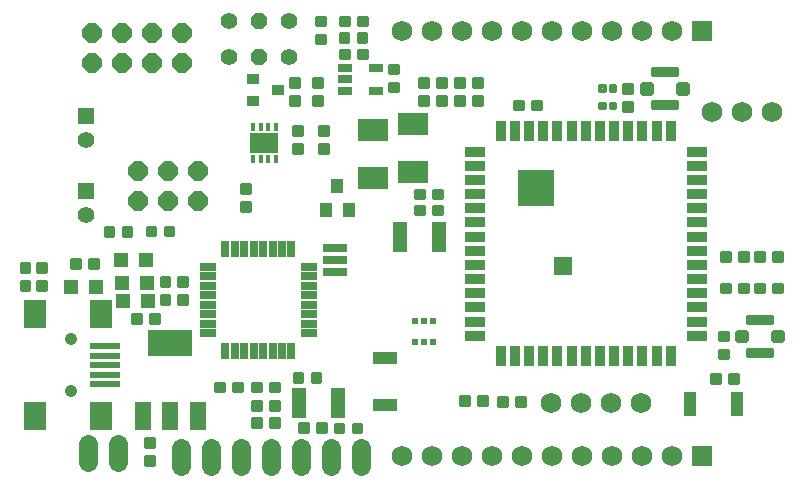
<source format=gbr>
G04 EAGLE Gerber X2 export*
%TF.Part,Single*%
%TF.FileFunction,Soldermask,Top,1*%
%TF.FilePolarity,Negative*%
%TF.GenerationSoftware,Autodesk,EAGLE,8.6.3*%
%TF.CreationDate,2023-08-17T09:39:48Z*%
G75*
%MOMM*%
%FSLAX34Y34*%
%LPD*%
%AMOC8*
5,1,8,0,0,1.08239X$1,22.5*%
G01*
%ADD10C,0.431800*%
%ADD11C,0.558800*%
%ADD12C,0.368300*%
%ADD13C,0.247650*%
%ADD14R,1.752600X1.752600*%
%ADD15C,1.752600*%
%ADD16C,0.215900*%
%ADD17R,1.301600X0.651600*%
%ADD18R,1.409600X1.409600*%
%ADD19C,1.409600*%
%ADD20R,1.117600X1.244600*%
%ADD21R,1.701600X0.901600*%
%ADD22R,0.901600X1.701600*%
%ADD23R,1.601600X1.601600*%
%ADD24R,3.101600X3.101600*%
%ADD25R,0.401600X0.751600*%
%ADD26R,2.451600X1.701600*%
%ADD27P,1.539592X8X292.500000*%
%ADD28C,1.422400*%
%ADD29R,1.301600X2.601600*%
%ADD30R,1.001600X0.901600*%
%ADD31R,0.601600X0.601600*%
%ADD32R,0.501600X0.601600*%
%ADD33R,2.501600X1.901600*%
%ADD34R,2.101600X0.801600*%
%ADD35R,2.641600X0.609600*%
%ADD36R,1.879600X2.387600*%
%ADD37C,1.051600*%
%ADD38R,1.371600X0.660400*%
%ADD39R,0.660400X1.371600*%
%ADD40R,2.082800X1.117600*%
%ADD41R,1.301600X1.301600*%
%ADD42R,1.320800X2.336800*%
%ADD43R,3.701600X2.301600*%
%ADD44C,1.625600*%
%ADD45P,1.759533X8X202.500000*%
%ADD46P,1.759533X8X22.500000*%
%ADD47R,1.117600X2.082800*%


D10*
X454787Y343281D02*
X435229Y343281D01*
X435229Y347599D01*
X454787Y347599D01*
X454787Y343281D01*
X454787Y347598D02*
X435229Y347598D01*
X435229Y315341D02*
X454787Y315341D01*
X435229Y315341D02*
X435229Y319659D01*
X454787Y319659D01*
X454787Y315341D01*
X454787Y319658D02*
X435229Y319658D01*
D11*
X457454Y334264D02*
X463042Y334264D01*
X463042Y328676D01*
X457454Y328676D01*
X457454Y334264D01*
X457454Y334263D02*
X463042Y334263D01*
X432562Y334264D02*
X426974Y334264D01*
X432562Y334264D02*
X432562Y328676D01*
X426974Y328676D01*
X426974Y334264D01*
X426974Y334263D02*
X432562Y334263D01*
D12*
X394399Y329628D02*
X390715Y329628D01*
X390715Y333312D01*
X394399Y333312D01*
X394399Y329628D01*
X394399Y333310D02*
X390715Y333310D01*
X399605Y329628D02*
X403289Y329628D01*
X399605Y329628D02*
X399605Y333312D01*
X403289Y333312D01*
X403289Y329628D01*
X403289Y333310D02*
X399605Y333310D01*
X394399Y314642D02*
X390715Y314642D01*
X390715Y318326D01*
X394399Y318326D01*
X394399Y314642D01*
X394399Y318324D02*
X390715Y318324D01*
X399605Y314642D02*
X403289Y314642D01*
X399605Y314642D02*
X399605Y318326D01*
X403289Y318326D01*
X403289Y314642D01*
X403289Y318324D02*
X399605Y318324D01*
D13*
X522065Y185515D02*
X529495Y185515D01*
X522065Y185515D02*
X522065Y192945D01*
X529495Y192945D01*
X529495Y185515D01*
X529495Y187991D02*
X522065Y187991D01*
X522065Y190467D02*
X529495Y190467D01*
X529495Y192943D02*
X522065Y192943D01*
X537305Y185515D02*
X544735Y185515D01*
X537305Y185515D02*
X537305Y192945D01*
X544735Y192945D01*
X544735Y185515D01*
X544735Y187991D02*
X537305Y187991D01*
X537305Y190467D02*
X544735Y190467D01*
X544735Y192943D02*
X537305Y192943D01*
X529495Y158845D02*
X522065Y158845D01*
X522065Y166275D01*
X529495Y166275D01*
X529495Y158845D01*
X529495Y161321D02*
X522065Y161321D01*
X522065Y163797D02*
X529495Y163797D01*
X529495Y166273D02*
X522065Y166273D01*
X537305Y158845D02*
X544735Y158845D01*
X537305Y158845D02*
X537305Y166275D01*
X544735Y166275D01*
X544735Y158845D01*
X544735Y161321D02*
X537305Y161321D01*
X537305Y163797D02*
X544735Y163797D01*
X544735Y166273D02*
X537305Y166273D01*
D14*
X477000Y380000D03*
D15*
X451600Y380000D03*
X426200Y380000D03*
X400800Y380000D03*
X375400Y380000D03*
X350000Y380000D03*
X324600Y380000D03*
X299200Y380000D03*
X273800Y380000D03*
X248400Y380000D03*
X223000Y380000D03*
D16*
X192469Y378524D02*
X185991Y378524D01*
X192469Y378524D02*
X192469Y370776D01*
X185991Y370776D01*
X185991Y378524D01*
X185991Y372934D02*
X192469Y372934D01*
X192469Y375092D02*
X185991Y375092D01*
X185991Y377250D02*
X192469Y377250D01*
X177229Y378524D02*
X170751Y378524D01*
X177229Y378524D02*
X177229Y370776D01*
X170751Y370776D01*
X170751Y378524D01*
X170751Y372934D02*
X177229Y372934D01*
X177229Y375092D02*
X170751Y375092D01*
X170751Y377250D02*
X177229Y377250D01*
D13*
X177705Y356965D02*
X170275Y356965D01*
X170275Y364395D01*
X177705Y364395D01*
X177705Y356965D01*
X177705Y359441D02*
X170275Y359441D01*
X170275Y361917D02*
X177705Y361917D01*
X177705Y364393D02*
X170275Y364393D01*
X185515Y356965D02*
X192945Y356965D01*
X185515Y356965D02*
X185515Y364395D01*
X192945Y364395D01*
X192945Y356965D01*
X192945Y359441D02*
X185515Y359441D01*
X185515Y361917D02*
X192945Y361917D01*
X192945Y364393D02*
X185515Y364393D01*
X237585Y340265D02*
X237585Y332835D01*
X237585Y340265D02*
X245015Y340265D01*
X245015Y332835D01*
X237585Y332835D01*
X237585Y335311D02*
X245015Y335311D01*
X245015Y337787D02*
X237585Y337787D01*
X237585Y340263D02*
X245015Y340263D01*
X237585Y325025D02*
X237585Y317595D01*
X237585Y325025D02*
X245015Y325025D01*
X245015Y317595D01*
X237585Y317595D01*
X237585Y320071D02*
X245015Y320071D01*
X245015Y322547D02*
X237585Y322547D01*
X237585Y325023D02*
X245015Y325023D01*
D17*
X174960Y348590D03*
X174960Y339090D03*
X174960Y329590D03*
X200960Y329590D03*
X200960Y348590D03*
D13*
X212185Y351695D02*
X212185Y344265D01*
X212185Y351695D02*
X219615Y351695D01*
X219615Y344265D01*
X212185Y344265D01*
X212185Y346741D02*
X219615Y346741D01*
X219615Y349217D02*
X212185Y349217D01*
X212185Y351693D02*
X219615Y351693D01*
X212185Y336455D02*
X212185Y329025D01*
X212185Y336455D02*
X219615Y336455D01*
X219615Y329025D01*
X212185Y329025D01*
X212185Y331501D02*
X219615Y331501D01*
X219615Y333977D02*
X212185Y333977D01*
X212185Y336453D02*
X219615Y336453D01*
D18*
X-44196Y308196D03*
D19*
X-44196Y288196D03*
D18*
X-44196Y244696D03*
D19*
X-44196Y224696D03*
D13*
X492855Y158845D02*
X500285Y158845D01*
X492855Y158845D02*
X492855Y166275D01*
X500285Y166275D01*
X500285Y158845D01*
X500285Y161321D02*
X492855Y161321D01*
X492855Y163797D02*
X500285Y163797D01*
X500285Y166273D02*
X492855Y166273D01*
X508095Y158845D02*
X515525Y158845D01*
X508095Y158845D02*
X508095Y166275D01*
X515525Y166275D01*
X515525Y158845D01*
X515525Y161321D02*
X508095Y161321D01*
X508095Y163797D02*
X515525Y163797D01*
X515525Y166273D02*
X508095Y166273D01*
X500285Y185515D02*
X492855Y185515D01*
X492855Y192945D01*
X500285Y192945D01*
X500285Y185515D01*
X500285Y187991D02*
X492855Y187991D01*
X492855Y190467D02*
X500285Y190467D01*
X500285Y192943D02*
X492855Y192943D01*
X508095Y185515D02*
X515525Y185515D01*
X508095Y185515D02*
X508095Y192945D01*
X515525Y192945D01*
X515525Y185515D01*
X515525Y187991D02*
X508095Y187991D01*
X508095Y190467D02*
X515525Y190467D01*
X515525Y192943D02*
X508095Y192943D01*
D14*
X477000Y20000D03*
D15*
X451600Y20000D03*
X426200Y20000D03*
X400800Y20000D03*
X375400Y20000D03*
X350000Y20000D03*
X324600Y20000D03*
X299200Y20000D03*
X273800Y20000D03*
X248400Y20000D03*
X223000Y20000D03*
D13*
X417735Y312515D02*
X417735Y319945D01*
X417735Y312515D02*
X410305Y312515D01*
X410305Y319945D01*
X417735Y319945D01*
X417735Y314991D02*
X410305Y314991D01*
X410305Y317467D02*
X417735Y317467D01*
X417735Y319943D02*
X410305Y319943D01*
X417735Y327755D02*
X417735Y335185D01*
X417735Y327755D02*
X410305Y327755D01*
X410305Y335185D01*
X417735Y335185D01*
X417735Y330231D02*
X410305Y330231D01*
X410305Y332707D02*
X417735Y332707D01*
X417735Y335183D02*
X410305Y335183D01*
X149955Y384905D02*
X149955Y392335D01*
X157385Y392335D01*
X157385Y384905D01*
X149955Y384905D01*
X149955Y387381D02*
X157385Y387381D01*
X157385Y389857D02*
X149955Y389857D01*
X149955Y392333D02*
X157385Y392333D01*
X149955Y377095D02*
X149955Y369665D01*
X149955Y377095D02*
X157385Y377095D01*
X157385Y369665D01*
X149955Y369665D01*
X149955Y372141D02*
X157385Y372141D01*
X157385Y374617D02*
X149955Y374617D01*
X149955Y377093D02*
X157385Y377093D01*
X185515Y392335D02*
X192945Y392335D01*
X192945Y384905D01*
X185515Y384905D01*
X185515Y392335D01*
X185515Y387381D02*
X192945Y387381D01*
X192945Y389857D02*
X185515Y389857D01*
X185515Y392333D02*
X192945Y392333D01*
X177705Y392335D02*
X170275Y392335D01*
X177705Y392335D02*
X177705Y384905D01*
X170275Y384905D01*
X170275Y392335D01*
X170275Y387381D02*
X177705Y387381D01*
X177705Y389857D02*
X170275Y389857D01*
X170275Y392333D02*
X177705Y392333D01*
D15*
X349250Y64770D03*
X374650Y64770D03*
X400050Y64770D03*
X425450Y64770D03*
D10*
X516001Y133731D02*
X535559Y133731D01*
X516001Y133731D02*
X516001Y138049D01*
X535559Y138049D01*
X535559Y133731D01*
X535559Y138048D02*
X516001Y138048D01*
X516001Y105791D02*
X535559Y105791D01*
X516001Y105791D02*
X516001Y110109D01*
X535559Y110109D01*
X535559Y105791D01*
X535559Y110108D02*
X516001Y110108D01*
D11*
X538226Y124714D02*
X543814Y124714D01*
X543814Y119126D01*
X538226Y119126D01*
X538226Y124714D01*
X538226Y124713D02*
X543814Y124713D01*
X513334Y124714D02*
X507746Y124714D01*
X513334Y124714D02*
X513334Y119126D01*
X507746Y119126D01*
X507746Y124714D01*
X507746Y124713D02*
X513334Y124713D01*
D20*
X168148Y248666D03*
X177648Y228346D03*
X158648Y228346D03*
D13*
X317595Y313785D02*
X325025Y313785D01*
X317595Y313785D02*
X317595Y321215D01*
X325025Y321215D01*
X325025Y313785D01*
X325025Y316261D02*
X317595Y316261D01*
X317595Y318737D02*
X325025Y318737D01*
X325025Y321213D02*
X317595Y321213D01*
X332835Y313785D02*
X340265Y313785D01*
X332835Y313785D02*
X332835Y321215D01*
X340265Y321215D01*
X340265Y313785D01*
X340265Y316261D02*
X332835Y316261D01*
X332835Y318737D02*
X340265Y318737D01*
X340265Y321213D02*
X332835Y321213D01*
X491585Y125635D02*
X491585Y118205D01*
X491585Y125635D02*
X499015Y125635D01*
X499015Y118205D01*
X491585Y118205D01*
X491585Y120681D02*
X499015Y120681D01*
X499015Y123157D02*
X491585Y123157D01*
X491585Y125633D02*
X499015Y125633D01*
X491585Y110395D02*
X491585Y102965D01*
X491585Y110395D02*
X499015Y110395D01*
X499015Y102965D01*
X491585Y102965D01*
X491585Y105441D02*
X499015Y105441D01*
X499015Y107917D02*
X491585Y107917D01*
X491585Y110393D02*
X499015Y110393D01*
X290735Y317595D02*
X290735Y325025D01*
X290735Y317595D02*
X283305Y317595D01*
X283305Y325025D01*
X290735Y325025D01*
X290735Y320071D02*
X283305Y320071D01*
X283305Y322547D02*
X290735Y322547D01*
X290735Y325023D02*
X283305Y325023D01*
X290735Y332835D02*
X290735Y340265D01*
X290735Y332835D02*
X283305Y332835D01*
X283305Y340265D01*
X290735Y340265D01*
X290735Y335311D02*
X283305Y335311D01*
X283305Y337787D02*
X290735Y337787D01*
X290735Y340263D02*
X283305Y340263D01*
X268065Y340265D02*
X268065Y332835D01*
X268065Y340265D02*
X275495Y340265D01*
X275495Y332835D01*
X268065Y332835D01*
X268065Y335311D02*
X275495Y335311D01*
X275495Y337787D02*
X268065Y337787D01*
X268065Y340263D02*
X275495Y340263D01*
X268065Y325025D02*
X268065Y317595D01*
X268065Y325025D02*
X275495Y325025D01*
X275495Y317595D01*
X268065Y317595D01*
X268065Y320071D02*
X275495Y320071D01*
X275495Y322547D02*
X268065Y322547D01*
X268065Y325023D02*
X275495Y325023D01*
D21*
X284460Y278000D03*
X284460Y266000D03*
X284460Y254000D03*
X284460Y242000D03*
X284460Y230000D03*
X284460Y218000D03*
X284460Y206000D03*
X284460Y194000D03*
X284460Y182000D03*
X284460Y170000D03*
X284460Y158000D03*
X284460Y146000D03*
X284460Y134000D03*
X284460Y122000D03*
D22*
X306460Y105000D03*
X318460Y105000D03*
X330460Y105000D03*
X342460Y105000D03*
X354460Y105000D03*
X366460Y105000D03*
X378460Y105000D03*
X390460Y105000D03*
X402460Y105000D03*
X414460Y105000D03*
X426460Y105000D03*
X438460Y105000D03*
X450460Y105000D03*
D21*
X472460Y122000D03*
X472460Y134000D03*
X472460Y146000D03*
X472460Y158000D03*
X472460Y170000D03*
X472460Y182000D03*
X472460Y194000D03*
X472460Y206000D03*
X472460Y218000D03*
X472460Y230000D03*
X472460Y242000D03*
X472460Y254000D03*
X472460Y266000D03*
X472460Y278000D03*
D22*
X450460Y295000D03*
X438460Y295000D03*
X426460Y295000D03*
X414460Y295000D03*
X402460Y295000D03*
X390460Y295000D03*
X378460Y295000D03*
X366460Y295000D03*
X354460Y295000D03*
X342460Y295000D03*
X330460Y295000D03*
X318460Y295000D03*
X306460Y295000D03*
D23*
X359460Y181000D03*
D24*
X336460Y247000D03*
D15*
X485140Y311150D03*
X510540Y311150D03*
X535940Y311150D03*
D25*
X96676Y271492D03*
X103176Y271492D03*
X109676Y271492D03*
X116176Y271492D03*
X116176Y298992D03*
X109676Y298992D03*
X103176Y298992D03*
X96676Y298992D03*
D26*
X106426Y285242D03*
D13*
X138335Y284385D02*
X138335Y276955D01*
X130905Y276955D01*
X130905Y284385D01*
X138335Y284385D01*
X138335Y279431D02*
X130905Y279431D01*
X130905Y281907D02*
X138335Y281907D01*
X138335Y284383D02*
X130905Y284383D01*
X138335Y292195D02*
X138335Y299625D01*
X138335Y292195D02*
X130905Y292195D01*
X130905Y299625D01*
X138335Y299625D01*
X138335Y294671D02*
X130905Y294671D01*
X130905Y297147D02*
X138335Y297147D01*
X138335Y299623D02*
X130905Y299623D01*
X94393Y235363D02*
X94393Y227933D01*
X86963Y227933D01*
X86963Y235363D01*
X94393Y235363D01*
X94393Y230409D02*
X86963Y230409D01*
X86963Y232885D02*
X94393Y232885D01*
X94393Y235361D02*
X86963Y235361D01*
X94393Y243173D02*
X94393Y250603D01*
X94393Y243173D02*
X86963Y243173D01*
X86963Y250603D01*
X94393Y250603D01*
X94393Y245649D02*
X86963Y245649D01*
X86963Y248125D02*
X94393Y248125D01*
X94393Y250601D02*
X86963Y250601D01*
D27*
X101600Y388620D03*
X101600Y358140D03*
D28*
X127000Y388620D03*
X76200Y388620D03*
X76200Y358140D03*
X127000Y358140D03*
D13*
X260255Y325025D02*
X260255Y317595D01*
X252825Y317595D01*
X252825Y325025D01*
X260255Y325025D01*
X260255Y320071D02*
X252825Y320071D01*
X252825Y322547D02*
X260255Y322547D01*
X260255Y325023D02*
X252825Y325023D01*
X260255Y332835D02*
X260255Y340265D01*
X260255Y332835D02*
X252825Y332835D01*
X252825Y340265D01*
X260255Y340265D01*
X260255Y335311D02*
X252825Y335311D01*
X252825Y337787D02*
X260255Y337787D01*
X260255Y340263D02*
X252825Y340263D01*
X-86011Y183801D02*
X-86011Y176371D01*
X-86011Y183801D02*
X-78581Y183801D01*
X-78581Y176371D01*
X-86011Y176371D01*
X-86011Y178847D02*
X-78581Y178847D01*
X-78581Y181323D02*
X-86011Y181323D01*
X-86011Y183799D02*
X-78581Y183799D01*
X-86011Y168561D02*
X-86011Y161131D01*
X-86011Y168561D02*
X-78581Y168561D01*
X-78581Y161131D01*
X-86011Y161131D01*
X-86011Y163607D02*
X-78581Y163607D01*
X-78581Y166083D02*
X-86011Y166083D01*
X-86011Y168559D02*
X-78581Y168559D01*
X233775Y238347D02*
X241205Y238347D01*
X233775Y238347D02*
X233775Y245777D01*
X241205Y245777D01*
X241205Y238347D01*
X241205Y240823D02*
X233775Y240823D01*
X233775Y243299D02*
X241205Y243299D01*
X241205Y245775D02*
X233775Y245775D01*
X249015Y238347D02*
X256445Y238347D01*
X249015Y238347D02*
X249015Y245777D01*
X256445Y245777D01*
X256445Y238347D01*
X256445Y240823D02*
X249015Y240823D01*
X249015Y243299D02*
X256445Y243299D01*
X256445Y245775D02*
X249015Y245775D01*
X241205Y224885D02*
X233775Y224885D01*
X233775Y232315D01*
X241205Y232315D01*
X241205Y224885D01*
X241205Y227361D02*
X233775Y227361D01*
X233775Y229837D02*
X241205Y229837D01*
X241205Y232313D02*
X233775Y232313D01*
X249015Y224885D02*
X256445Y224885D01*
X249015Y224885D02*
X249015Y232315D01*
X256445Y232315D01*
X256445Y224885D01*
X256445Y227361D02*
X249015Y227361D01*
X249015Y229837D02*
X256445Y229837D01*
X256445Y232313D02*
X249015Y232313D01*
D29*
X220990Y205740D03*
X253990Y205740D03*
D13*
X-92551Y168561D02*
X-92551Y161131D01*
X-99981Y161131D01*
X-99981Y168561D01*
X-92551Y168561D01*
X-92551Y163607D02*
X-99981Y163607D01*
X-99981Y166083D02*
X-92551Y166083D01*
X-92551Y168559D02*
X-99981Y168559D01*
X-92551Y176371D02*
X-92551Y183801D01*
X-92551Y176371D02*
X-99981Y176371D01*
X-99981Y183801D01*
X-92551Y183801D01*
X-92551Y178847D02*
X-99981Y178847D01*
X-99981Y181323D02*
X-92551Y181323D01*
X-92551Y183799D02*
X-99981Y183799D01*
D30*
X96680Y339700D03*
X96680Y320700D03*
X117680Y330200D03*
D13*
X152495Y299625D02*
X152495Y292195D01*
X152495Y299625D02*
X159925Y299625D01*
X159925Y292195D01*
X152495Y292195D01*
X152495Y294671D02*
X159925Y294671D01*
X159925Y297147D02*
X152495Y297147D01*
X152495Y299623D02*
X159925Y299623D01*
X152495Y284385D02*
X152495Y276955D01*
X152495Y284385D02*
X159925Y284385D01*
X159925Y276955D01*
X152495Y276955D01*
X152495Y279431D02*
X159925Y279431D01*
X159925Y281907D02*
X152495Y281907D01*
X152495Y284383D02*
X159925Y284383D01*
X147415Y332835D02*
X147415Y340265D01*
X154845Y340265D01*
X154845Y332835D01*
X147415Y332835D01*
X147415Y335311D02*
X154845Y335311D01*
X154845Y337787D02*
X147415Y337787D01*
X147415Y340263D02*
X154845Y340263D01*
X147415Y325025D02*
X147415Y317595D01*
X147415Y325025D02*
X154845Y325025D01*
X154845Y317595D01*
X147415Y317595D01*
X147415Y320071D02*
X154845Y320071D01*
X154845Y322547D02*
X147415Y322547D01*
X147415Y325023D02*
X154845Y325023D01*
X128365Y332835D02*
X128365Y340265D01*
X135795Y340265D01*
X135795Y332835D01*
X128365Y332835D01*
X128365Y335311D02*
X135795Y335311D01*
X135795Y337787D02*
X128365Y337787D01*
X128365Y340263D02*
X135795Y340263D01*
X128365Y325025D02*
X128365Y317595D01*
X128365Y325025D02*
X135795Y325025D01*
X135795Y317595D01*
X128365Y317595D01*
X128365Y320071D02*
X135795Y320071D01*
X135795Y322547D02*
X128365Y322547D01*
X128365Y325023D02*
X135795Y325023D01*
D31*
X248800Y134730D03*
D32*
X241300Y134730D03*
D31*
X233800Y134730D03*
X233800Y116730D03*
D32*
X241300Y116730D03*
D31*
X248800Y116730D03*
D33*
X198120Y255594D03*
X198120Y296094D03*
X232410Y301174D03*
X232410Y260674D03*
D34*
X166370Y196436D03*
X166370Y186436D03*
X166370Y176436D03*
D35*
X-28702Y81026D03*
X-28702Y89026D03*
X-28702Y97026D03*
X-28702Y105026D03*
X-28702Y113026D03*
D36*
X-88182Y53851D03*
X-32302Y53851D03*
X-32302Y140211D03*
X-88182Y140211D03*
D37*
X-57702Y75026D03*
X-57702Y119026D03*
D38*
X144272Y124400D03*
X144272Y132400D03*
X144272Y140400D03*
X144272Y148400D03*
X144272Y156400D03*
X144272Y164400D03*
X144272Y172400D03*
X144272Y180400D03*
D39*
X129346Y195326D03*
X121346Y195326D03*
X113346Y195326D03*
X105346Y195326D03*
X97346Y195326D03*
X89346Y195326D03*
X81346Y195326D03*
X73346Y195326D03*
D38*
X58420Y180400D03*
X58420Y172400D03*
X58420Y164400D03*
X58420Y156400D03*
X58420Y148400D03*
X58420Y140400D03*
X58420Y132400D03*
X58420Y124400D03*
D39*
X73346Y109474D03*
X81346Y109474D03*
X89346Y109474D03*
X97346Y109474D03*
X105346Y109474D03*
X113346Y109474D03*
X121346Y109474D03*
X129346Y109474D03*
D40*
X208280Y103124D03*
X208280Y63119D03*
D41*
X-13294Y151130D03*
X7706Y151130D03*
X6436Y185928D03*
X-14564Y185928D03*
X-13802Y166370D03*
X7198Y166370D03*
D13*
X33115Y164433D02*
X33115Y171863D01*
X40545Y171863D01*
X40545Y164433D01*
X33115Y164433D01*
X33115Y166909D02*
X40545Y166909D01*
X40545Y169385D02*
X33115Y169385D01*
X33115Y171861D02*
X40545Y171861D01*
X33115Y156623D02*
X33115Y149193D01*
X33115Y156623D02*
X40545Y156623D01*
X40545Y149193D01*
X33115Y149193D01*
X33115Y151669D02*
X40545Y151669D01*
X40545Y154145D02*
X33115Y154145D01*
X33115Y156621D02*
X40545Y156621D01*
X18637Y164433D02*
X18637Y171863D01*
X26067Y171863D01*
X26067Y164433D01*
X18637Y164433D01*
X18637Y166909D02*
X26067Y166909D01*
X26067Y169385D02*
X18637Y169385D01*
X18637Y171861D02*
X26067Y171861D01*
X18637Y156623D02*
X18637Y149193D01*
X18637Y156623D02*
X26067Y156623D01*
X26067Y149193D01*
X18637Y149193D01*
X18637Y151669D02*
X26067Y151669D01*
X26067Y154145D02*
X18637Y154145D01*
X18637Y156621D02*
X26067Y156621D01*
X181197Y47657D02*
X188627Y47657D01*
X188627Y40227D01*
X181197Y40227D01*
X181197Y47657D01*
X181197Y42703D02*
X188627Y42703D01*
X188627Y45179D02*
X181197Y45179D01*
X181197Y47655D02*
X188627Y47655D01*
X173387Y47657D02*
X165957Y47657D01*
X173387Y47657D02*
X173387Y40227D01*
X165957Y40227D01*
X165957Y47657D01*
X165957Y42703D02*
X173387Y42703D01*
X173387Y45179D02*
X165957Y45179D01*
X165957Y47655D02*
X173387Y47655D01*
X-21431Y206597D02*
X-28861Y206597D01*
X-28861Y214027D01*
X-21431Y214027D01*
X-21431Y206597D01*
X-21431Y209073D02*
X-28861Y209073D01*
X-28861Y211549D02*
X-21431Y211549D01*
X-21431Y214025D02*
X-28861Y214025D01*
X-13621Y206597D02*
X-6191Y206597D01*
X-13621Y206597D02*
X-13621Y214027D01*
X-6191Y214027D01*
X-6191Y206597D01*
X-6191Y209073D02*
X-13621Y209073D01*
X-13621Y211549D02*
X-6191Y211549D01*
X-6191Y214025D02*
X-13621Y214025D01*
X6699Y207105D02*
X14129Y207105D01*
X6699Y207105D02*
X6699Y214535D01*
X14129Y214535D01*
X14129Y207105D01*
X14129Y209581D02*
X6699Y209581D01*
X6699Y212057D02*
X14129Y212057D01*
X14129Y214533D02*
X6699Y214533D01*
X21939Y207105D02*
X29369Y207105D01*
X21939Y207105D02*
X21939Y214535D01*
X29369Y214535D01*
X29369Y207105D01*
X29369Y209581D02*
X21939Y209581D01*
X21939Y212057D02*
X29369Y212057D01*
X29369Y214533D02*
X21939Y214533D01*
X95853Y75025D02*
X103283Y75025D01*
X95853Y75025D02*
X95853Y82455D01*
X103283Y82455D01*
X103283Y75025D01*
X103283Y77501D02*
X95853Y77501D01*
X95853Y79977D02*
X103283Y79977D01*
X103283Y82453D02*
X95853Y82453D01*
X111093Y75025D02*
X118523Y75025D01*
X111093Y75025D02*
X111093Y82455D01*
X118523Y82455D01*
X118523Y75025D01*
X118523Y77501D02*
X111093Y77501D01*
X111093Y79977D02*
X118523Y79977D01*
X118523Y82453D02*
X111093Y82453D01*
X146399Y90329D02*
X153829Y90329D01*
X153829Y82899D01*
X146399Y82899D01*
X146399Y90329D01*
X146399Y85375D02*
X153829Y85375D01*
X153829Y87851D02*
X146399Y87851D01*
X146399Y90327D02*
X153829Y90327D01*
X138589Y90329D02*
X131159Y90329D01*
X138589Y90329D02*
X138589Y82899D01*
X131159Y82899D01*
X131159Y90329D01*
X131159Y85375D02*
X138589Y85375D01*
X138589Y87851D02*
X131159Y87851D01*
X131159Y90327D02*
X138589Y90327D01*
D42*
X3810Y54356D03*
X26924Y54356D03*
X50038Y54356D03*
D43*
X26924Y116334D03*
D13*
X96107Y59531D02*
X103537Y59531D01*
X96107Y59531D02*
X96107Y66961D01*
X103537Y66961D01*
X103537Y59531D01*
X103537Y62007D02*
X96107Y62007D01*
X96107Y64483D02*
X103537Y64483D01*
X103537Y66959D02*
X96107Y66959D01*
X111347Y59531D02*
X118777Y59531D01*
X111347Y59531D02*
X111347Y66961D01*
X118777Y66961D01*
X118777Y59531D01*
X118777Y62007D02*
X111347Y62007D01*
X111347Y64483D02*
X118777Y64483D01*
X118777Y66959D02*
X111347Y66959D01*
X103283Y44799D02*
X95853Y44799D01*
X95853Y52229D01*
X103283Y52229D01*
X103283Y44799D01*
X103283Y47275D02*
X95853Y47275D01*
X95853Y49751D02*
X103283Y49751D01*
X103283Y52227D02*
X95853Y52227D01*
X111093Y44799D02*
X118523Y44799D01*
X111093Y44799D02*
X111093Y52229D01*
X118523Y52229D01*
X118523Y44799D01*
X118523Y47275D02*
X111093Y47275D01*
X111093Y49751D02*
X118523Y49751D01*
X118523Y52227D02*
X111093Y52227D01*
D29*
X168392Y65024D03*
X135392Y65024D03*
D13*
X17177Y140621D02*
X9747Y140621D01*
X17177Y140621D02*
X17177Y133191D01*
X9747Y133191D01*
X9747Y140621D01*
X9747Y135667D02*
X17177Y135667D01*
X17177Y138143D02*
X9747Y138143D01*
X9747Y140619D02*
X17177Y140619D01*
X1937Y140621D02*
X-5493Y140621D01*
X1937Y140621D02*
X1937Y133191D01*
X-5493Y133191D01*
X-5493Y140621D01*
X-5493Y135667D02*
X1937Y135667D01*
X1937Y138143D02*
X-5493Y138143D01*
X-5493Y140619D02*
X1937Y140619D01*
X135731Y40481D02*
X143161Y40481D01*
X135731Y40481D02*
X135731Y47911D01*
X143161Y47911D01*
X143161Y40481D01*
X143161Y42957D02*
X135731Y42957D01*
X135731Y45433D02*
X143161Y45433D01*
X143161Y47909D02*
X135731Y47909D01*
X150971Y40481D02*
X158401Y40481D01*
X150971Y40481D02*
X150971Y47911D01*
X158401Y47911D01*
X158401Y40481D01*
X158401Y42957D02*
X150971Y42957D01*
X150971Y45433D02*
X158401Y45433D01*
X158401Y47909D02*
X150971Y47909D01*
X72041Y75025D02*
X64611Y75025D01*
X64611Y82455D01*
X72041Y82455D01*
X72041Y75025D01*
X72041Y77501D02*
X64611Y77501D01*
X64611Y79977D02*
X72041Y79977D01*
X72041Y82453D02*
X64611Y82453D01*
X79851Y75025D02*
X87281Y75025D01*
X79851Y75025D02*
X79851Y82455D01*
X87281Y82455D01*
X87281Y75025D01*
X87281Y77501D02*
X79851Y77501D01*
X79851Y79977D02*
X87281Y79977D01*
X87281Y82453D02*
X79851Y82453D01*
D44*
X-42926Y30734D02*
X-42926Y15494D01*
X-17526Y15494D02*
X-17526Y30734D01*
D13*
X5683Y27781D02*
X5683Y35211D01*
X13113Y35211D01*
X13113Y27781D01*
X5683Y27781D01*
X5683Y30257D02*
X13113Y30257D01*
X13113Y32733D02*
X5683Y32733D01*
X5683Y35209D02*
X13113Y35209D01*
X5683Y19971D02*
X5683Y12541D01*
X5683Y19971D02*
X13113Y19971D01*
X13113Y12541D01*
X5683Y12541D01*
X5683Y15017D02*
X13113Y15017D01*
X13113Y17493D02*
X5683Y17493D01*
X5683Y19969D02*
X13113Y19969D01*
D45*
X50546Y261366D03*
X50546Y235966D03*
X25146Y261366D03*
X25146Y235966D03*
X-254Y261366D03*
X-254Y235966D03*
D46*
X-39116Y353060D03*
X-39116Y378460D03*
X-13716Y353060D03*
X-13716Y378460D03*
X11684Y353060D03*
X11684Y378460D03*
X37084Y353060D03*
X37084Y378460D03*
D44*
X188468Y27178D02*
X188468Y11938D01*
X163068Y11938D02*
X163068Y27178D01*
X137668Y27178D02*
X137668Y11938D01*
X112268Y11938D02*
X112268Y27178D01*
X86868Y27178D02*
X86868Y11938D01*
X61468Y11938D02*
X61468Y27178D01*
X36068Y27178D02*
X36068Y11938D01*
D41*
X-56982Y163068D03*
X-35982Y163068D03*
D13*
X-49879Y179419D02*
X-57309Y179419D01*
X-57309Y186849D01*
X-49879Y186849D01*
X-49879Y179419D01*
X-49879Y181895D02*
X-57309Y181895D01*
X-57309Y184371D02*
X-49879Y184371D01*
X-49879Y186847D02*
X-57309Y186847D01*
X-42069Y179419D02*
X-34639Y179419D01*
X-42069Y179419D02*
X-42069Y186849D01*
X-34639Y186849D01*
X-34639Y179419D01*
X-34639Y181895D02*
X-42069Y181895D01*
X-42069Y184371D02*
X-34639Y184371D01*
X-34639Y186847D02*
X-42069Y186847D01*
D47*
X506476Y64008D03*
X466471Y64008D03*
D13*
X499713Y89567D02*
X507143Y89567D01*
X507143Y82137D01*
X499713Y82137D01*
X499713Y89567D01*
X499713Y84613D02*
X507143Y84613D01*
X507143Y87089D02*
X499713Y87089D01*
X499713Y89565D02*
X507143Y89565D01*
X491903Y89567D02*
X484473Y89567D01*
X491903Y89567D02*
X491903Y82137D01*
X484473Y82137D01*
X484473Y89567D01*
X484473Y84613D02*
X491903Y84613D01*
X491903Y87089D02*
X484473Y87089D01*
X484473Y89565D02*
X491903Y89565D01*
X327057Y70009D02*
X319627Y70009D01*
X327057Y70009D02*
X327057Y62579D01*
X319627Y62579D01*
X319627Y70009D01*
X319627Y65055D02*
X327057Y65055D01*
X327057Y67531D02*
X319627Y67531D01*
X319627Y70007D02*
X327057Y70007D01*
X311817Y70009D02*
X304387Y70009D01*
X311817Y70009D02*
X311817Y62579D01*
X304387Y62579D01*
X304387Y70009D01*
X304387Y65055D02*
X311817Y65055D01*
X311817Y67531D02*
X304387Y67531D01*
X304387Y70007D02*
X311817Y70007D01*
X279305Y63341D02*
X271875Y63341D01*
X271875Y70771D01*
X279305Y70771D01*
X279305Y63341D01*
X279305Y65817D02*
X271875Y65817D01*
X271875Y68293D02*
X279305Y68293D01*
X279305Y70769D02*
X271875Y70769D01*
X287115Y63341D02*
X294545Y63341D01*
X287115Y63341D02*
X287115Y70771D01*
X294545Y70771D01*
X294545Y63341D01*
X294545Y65817D02*
X287115Y65817D01*
X287115Y68293D02*
X294545Y68293D01*
X294545Y70769D02*
X287115Y70769D01*
M02*

</source>
